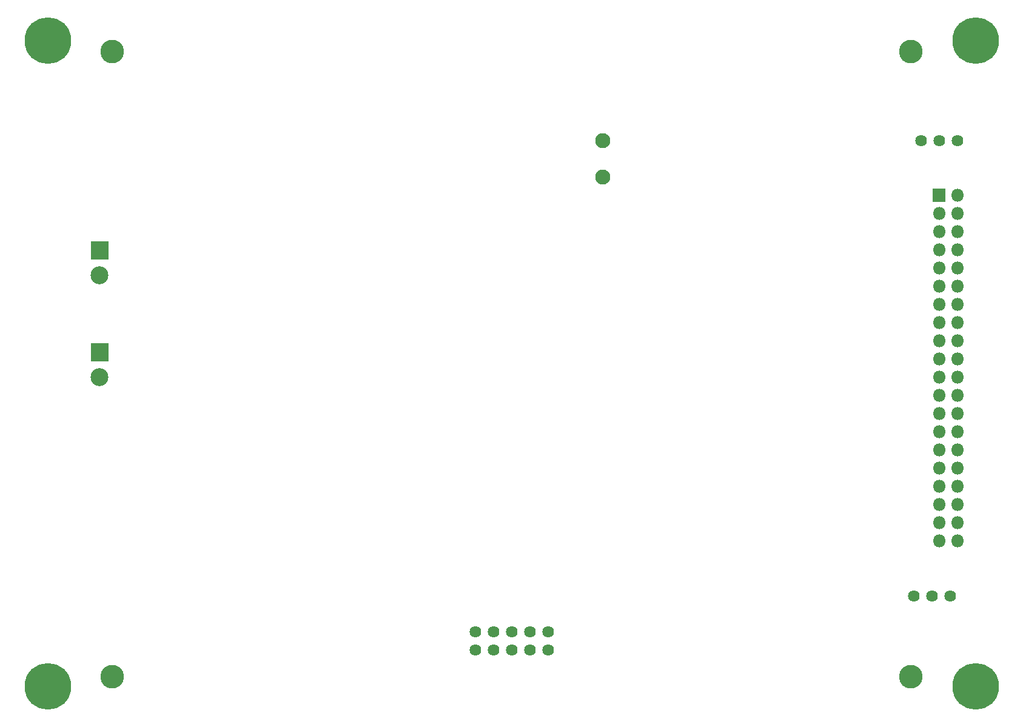
<source format=gbs>
G04 #@! TF.GenerationSoftware,KiCad,Pcbnew,(5.1.10-1-10_14)*
G04 #@! TF.CreationDate,2021-12-21T22:20:50-08:00*
G04 #@! TF.ProjectId,power,706f7765-722e-46b6-9963-61645f706362,rev?*
G04 #@! TF.SameCoordinates,Original*
G04 #@! TF.FileFunction,Soldermask,Bot*
G04 #@! TF.FilePolarity,Negative*
%FSLAX46Y46*%
G04 Gerber Fmt 4.6, Leading zero omitted, Abs format (unit mm)*
G04 Created by KiCad (PCBNEW (5.1.10-1-10_14)) date 2021-12-21 22:20:50*
%MOMM*%
%LPD*%
G01*
G04 APERTURE LIST*
%ADD10C,3.302000*%
%ADD11O,1.802000X1.802000*%
%ADD12C,6.502000*%
%ADD13C,2.502000*%
%ADD14C,1.626000*%
%ADD15C,2.102000*%
G04 APERTURE END LIST*
D10*
X39500000Y-119250000D03*
X151000000Y-32000000D03*
X151000000Y-119250000D03*
X39500000Y-32000000D03*
D11*
X157480000Y-100330000D03*
X154940000Y-100330000D03*
X157480000Y-97790000D03*
X154940000Y-97790000D03*
X157480000Y-95250000D03*
X154940000Y-95250000D03*
X157480000Y-92710000D03*
X154940000Y-92710000D03*
X157480000Y-90170000D03*
X154940000Y-90170000D03*
X157480000Y-87630000D03*
X154940000Y-87630000D03*
X157480000Y-85090000D03*
X154940000Y-85090000D03*
X157480000Y-82550000D03*
X154940000Y-82550000D03*
X157480000Y-80010000D03*
X154940000Y-80010000D03*
X157480000Y-77470000D03*
X154940000Y-77470000D03*
X157480000Y-74930000D03*
X154940000Y-74930000D03*
X157480000Y-72390000D03*
X154940000Y-72390000D03*
X157480000Y-69850000D03*
X154940000Y-69850000D03*
X157480000Y-67310000D03*
X154940000Y-67310000D03*
X157480000Y-64770000D03*
X154940000Y-64770000D03*
X157480000Y-62230000D03*
X154940000Y-62230000D03*
X157480000Y-59690000D03*
X154940000Y-59690000D03*
X157480000Y-57150000D03*
X154940000Y-57150000D03*
X157480000Y-54610000D03*
X154940000Y-54610000D03*
X157480000Y-52070000D03*
G36*
G01*
X154039000Y-52920000D02*
X154039000Y-51220000D01*
G75*
G02*
X154090000Y-51169000I51000J0D01*
G01*
X155790000Y-51169000D01*
G75*
G02*
X155841000Y-51220000I0J-51000D01*
G01*
X155841000Y-52920000D01*
G75*
G02*
X155790000Y-52971000I-51000J0D01*
G01*
X154090000Y-52971000D01*
G75*
G02*
X154039000Y-52920000I0J51000D01*
G01*
G37*
D12*
X160020000Y-120650000D03*
X30480000Y-120650000D03*
X160020000Y-30480000D03*
X30480000Y-30480000D03*
G36*
G01*
X36550000Y-72749000D02*
X38950000Y-72749000D01*
G75*
G02*
X39001000Y-72800000I0J-51000D01*
G01*
X39001000Y-75200000D01*
G75*
G02*
X38950000Y-75251000I-51000J0D01*
G01*
X36550000Y-75251000D01*
G75*
G02*
X36499000Y-75200000I0J51000D01*
G01*
X36499000Y-72800000D01*
G75*
G02*
X36550000Y-72749000I51000J0D01*
G01*
G37*
D13*
X37750000Y-77500000D03*
X37750000Y-63250000D03*
G36*
G01*
X36550000Y-58499000D02*
X38950000Y-58499000D01*
G75*
G02*
X39001000Y-58550000I0J-51000D01*
G01*
X39001000Y-60950000D01*
G75*
G02*
X38950000Y-61001000I-51000J0D01*
G01*
X36550000Y-61001000D01*
G75*
G02*
X36499000Y-60950000I0J51000D01*
G01*
X36499000Y-58550000D01*
G75*
G02*
X36550000Y-58499000I51000J0D01*
G01*
G37*
D14*
X152400000Y-44450000D03*
X154940000Y-44450000D03*
X157480000Y-44450000D03*
X151460000Y-108000000D03*
X154000000Y-108000000D03*
X156540000Y-108000000D03*
D15*
X107950000Y-44450000D03*
X107950000Y-49530000D03*
D14*
X90170000Y-115570000D03*
X90170000Y-113030000D03*
X92710000Y-115570000D03*
X92710000Y-113030000D03*
X95250000Y-115570000D03*
X95250000Y-113030000D03*
X97790000Y-115570000D03*
X97790000Y-113030000D03*
X100330000Y-115570000D03*
X100330000Y-113030000D03*
M02*

</source>
